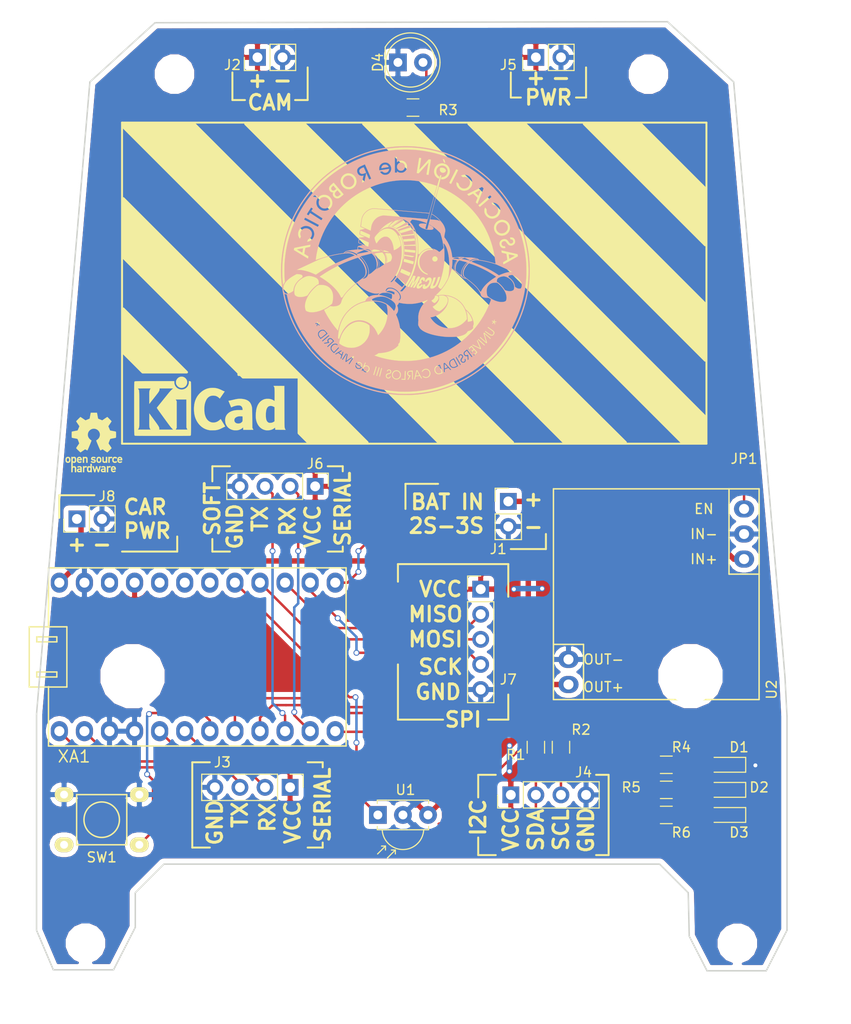
<source format=kicad_pcb>
(kicad_pcb (version 4) (host pcbnew 4.0.7-e2-6376~58~ubuntu14.04.1)
  (layers (0 F.Cu signal) (31 B.Cu signal) (34 B.Paste user) (35 F.Paste user) (36 B.SilkS user) (37 F.SilkS user) (38 B.Mask user) (39 F.Mask user) (44 Edge.Cuts user))
  (net 0 "")
  (net 1 GND)
  (net 2 "Net-(D1-Pad2)")
  (net 3 "Net-(D2-Pad2)")
  (net 4 "Net-(D3-Pad2)")
  (net 5 "Net-(D4-Pad2)")
  (net 6 +BATT)
  (net 7 +5V)
  (net 8 /Rx)
  (net 9 /Tx)
  (net 10 /SDA)
  (net 11 /SCL)
  (net 12 /SoftRx)
  (net 13 /SoftTx)
  (net 14 /MISO)
  (net 15 /MOSI)
  (net 16 /SCK)
  (net 17 VCC)
  (net 18 "Net-(JP1-Pad2)")
  (net 19 /LED_IR)
  (net 20 /LED1)
  (net 21 /LED2)
  (net 22 /LED3)
  (net 23 /BUTTON)
  (net 24 /IR_IN)
  (net 25 "Net-(XA1-PadRST)")
  (net 26 "Net-(XA1-PadA3)")
  (net 27 "Net-(XA1-PadA2)")
  (net 28 "Net-(XA1-PadA1)")
  (module Mounting_Holes:MountingHole_5.5mm (layer F.Cu) (at 169.32 120.56)
    (fp_text reference REF** hide)
    (fp_text value MountingHole_5.5mm hide)
    (pad 1 np_thru_hole circle (at 0 0) (size 5.5 5.5) (drill 5.5) (layers *.Cu *.Mask))
  )
  (module Mounting_Holes:MountingHole_3mm (layer F.Cu) (at 174.07 147.62)
    (fp_text reference REF** hide)
    (fp_text value MountingHole_3mm hide)
    (pad 1 np_thru_hole circle (at 0 0) (size 3 3) (drill 3) (layers *.Cu *.Mask))
  )
  (module Mounting_Holes:MountingHole_3mm (layer F.Cu) (at 108.06 147.61)
    (fp_text reference REF** hide)
    (fp_text value MountingHole_3mm hide)
    (pad 1 np_thru_hole circle (at 0 0) (size 3 3) (drill 3) (layers *.Cu *.Mask))
  )
  (module Mounting_Holes:MountingHole_3mm (layer F.Cu) (at 165.07 59.61)
    (fp_text reference REF** hide)
    (fp_text value MountingHole_3mm hide)
    (pad 1 np_thru_hole circle (at 0 0) (size 3 3) (drill 3) (layers *.Cu *.Mask))
  )
  (module def-footprints:Board_Arduino_Pro_Micro (layer F.Cu) (at 119.38 118.618)
    (fp_text reference XA1 (at -12.48 10.082) (layer F.SilkS) (effects (font (size 1.2 1.2))))
    (fp_text value Arduino_PRO_Micro hide)
    (pad RAW thru_hole oval (at -13.97 -7.52) (size 1.7272 2.032) (drill 1.016) (layers *.Cu *.Mask) (net 17 VCC))
    (pad D1 thru_hole oval (at -13.97 7.52) (size 1.7272 2.032) (drill 1.016) (layers *.Cu *.Mask) (net 9 /Tx))
    (pad GND thru_hole oval (at -11.43 -7.52) (size 1.7272 2.032) (drill 1.016) (layers *.Cu *.Mask) (net 1 GND))
    (pad D0 thru_hole oval (at -11.43 7.52) (size 1.7272 2.032) (drill 1.016) (layers *.Cu *.Mask) (net 8 /Rx))
    (pad RST thru_hole oval (at -8.89 -7.52) (size 1.7272 2.032) (drill 1.016) (layers *.Cu *.Mask) (net 25 "Net-(XA1-PadRST)"))
    (pad GND thru_hole oval (at -8.89 7.52) (size 1.7272 2.032) (drill 1.016) (layers *.Cu *.Mask) (net 1 GND))
    (pad VCC thru_hole oval (at -6.35 -7.52) (size 1.7272 2.032) (drill 1.016) (layers *.Cu *.Mask) (net 7 +5V))
    (pad GND thru_hole oval (at -6.35 7.52) (size 1.7272 2.032) (drill 1.016) (layers *.Cu *.Mask) (net 1 GND))
    (pad A3 thru_hole oval (at -3.81 -7.52) (size 1.7272 2.032) (drill 1.016) (layers *.Cu *.Mask) (net 26 "Net-(XA1-PadA3)"))
    (pad D2 thru_hole oval (at -3.81 7.52) (size 1.7272 2.032) (drill 1.016) (layers *.Cu *.Mask) (net 10 /SDA))
    (pad A2 thru_hole oval (at -1.27 -7.52) (size 1.7272 2.032) (drill 1.016) (layers *.Cu *.Mask) (net 27 "Net-(XA1-PadA2)"))
    (pad D3 thru_hole oval (at -1.27 7.52) (size 1.7272 2.032) (drill 1.016) (layers *.Cu *.Mask) (net 11 /SCL))
    (pad A1 thru_hole oval (at 1.27 -7.52) (size 1.7272 2.032) (drill 1.016) (layers *.Cu *.Mask) (net 28 "Net-(XA1-PadA1)"))
    (pad D4 thru_hole oval (at 1.27 7.52) (size 1.7272 2.032) (drill 1.016) (layers *.Cu *.Mask) (net 23 /BUTTON))
    (pad A0 thru_hole oval (at 3.81 -7.52) (size 1.7272 2.032) (drill 1.016) (layers *.Cu *.Mask) (net 24 /IR_IN))
    (pad D5 thru_hole oval (at 3.81 7.52) (size 1.7272 2.032) (drill 1.016) (layers *.Cu *.Mask) (net 20 /LED1))
    (pad D15 thru_hole oval (at 6.35 -7.52) (size 1.7272 2.032) (drill 1.016) (layers *.Cu *.Mask) (net 15 /MOSI))
    (pad D6 thru_hole oval (at 6.35 7.52) (size 1.7272 2.032) (drill 1.016) (layers *.Cu *.Mask) (net 21 /LED2))
    (pad D14 thru_hole oval (at 8.89 -7.52) (size 1.7272 2.032) (drill 1.016) (layers *.Cu *.Mask) (net 14 /MISO))
    (pad D7 thru_hole oval (at 8.89 7.52) (size 1.7272 2.032) (drill 1.016) (layers *.Cu *.Mask) (net 13 /SoftTx))
    (pad D16 thru_hole oval (at 11.43 -7.52) (size 1.7272 2.032) (drill 1.016) (layers *.Cu *.Mask) (net 16 /SCK))
    (pad D8 thru_hole oval (at 11.43 7.52) (size 1.7272 2.032) (drill 1.016) (layers *.Cu *.Mask) (net 12 /SoftRx))
    (pad D10 thru_hole oval (at 13.97 -7.52) (size 1.7272 2.032) (drill 1.016) (layers *.Cu *.Mask) (net 19 /LED_IR))
    (pad D9 thru_hole oval (at 13.97 7.52) (size 1.7272 2.032) (drill 1.016) (layers *.Cu *.Mask) (net 22 /LED3))
  )
  (module def-footprints:Board_DC_DC_module_RT8272 (layer F.Cu) (at 165.862 111.76 90)
    (fp_text reference U2 (at -10.16 11.684 90) (layer F.SilkS))
    (fp_text value DC_Converter_RT8272 hide)
    (fp_text user EN (at 8.128 4.826 180) (layer F.SilkS))
    (fp_text user IN- (at 5.588 4.826 180) (layer F.SilkS))
    (fp_text user IN+ (at 3.048 4.826 180) (layer F.SilkS))
    (fp_text user OUT- (at -7.112 -5.334 180) (layer F.SilkS))
    (fp_text user OUT+ (at -9.906 -5.334 180) (layer F.SilkS))
    (pad 4 thru_hole oval (at -9.652 -8.89 90) (size 1.7272 2.032) (drill 1.016) (layers *.Cu *.Mask) (net 17 VCC))
    (pad 5 thru_hole oval (at -7.112 -8.89 90) (size 1.7272 2.032) (drill 1.016) (layers *.Cu *.Mask) (net 1 GND))
    (pad 1 thru_hole oval (at 3.048 8.89 90) (size 1.7272 2.032) (drill 1.016) (layers *.Cu *.Mask) (net 6 +BATT))
    (pad 2 thru_hole oval (at 5.588 8.89 90) (size 1.7272 2.032) (drill 1.016) (layers *.Cu *.Mask) (net 1 GND))
    (pad 3 thru_hole oval (at 8.128 8.89 90) (size 1.7272 2.032) (drill 1.016) (layers *.Cu *.Mask) (net 18 "Net-(JP1-Pad2)"))
  )
  (module Symbols:KiCad-Logo_6mm_SilkScreen (layer F.Cu) (at 120.65 93.218)
    (fp_text reference REF*** hide)
    (fp_text value KiCad-Logo_6mm_SilkScreen hide)
  )
  (module LEDs:LED_0805_HandSoldering (layer F.Cu) (at 172.72 129.54 180)
    (fp_text reference D1 (at -1.524 1.778 180) (layer F.SilkS))
    (fp_text value LED hide)
    (pad 1 smd rect (at -1.35 0 180) (size 1.5 1.3) (layers F.Cu F.Paste F.Mask) (net 1 GND))
    (pad 2 smd rect (at 1.35 0 180) (size 1.5 1.3) (layers F.Cu F.Paste F.Mask) (net 2 "Net-(D1-Pad2)"))
  )
  (module LEDs:LED_0805_HandSoldering (layer F.Cu) (at 172.72 132.08 180)
    (fp_text reference D2 (at -3.556 0.254 180) (layer F.SilkS))
    (fp_text value LED hide)
    (pad 1 smd rect (at -1.35 0 180) (size 1.5 1.3) (layers F.Cu F.Paste F.Mask) (net 1 GND))
    (pad 2 smd rect (at 1.35 0 180) (size 1.5 1.3) (layers F.Cu F.Paste F.Mask) (net 3 "Net-(D2-Pad2)"))
  )
  (module LEDs:LED_0805_HandSoldering (layer F.Cu) (at 172.72 134.62 180)
    (fp_text reference D3 (at -1.524 -1.778 180) (layer F.SilkS))
    (fp_text value LED hide)
    (pad 1 smd rect (at -1.35 0 180) (size 1.5 1.3) (layers F.Cu F.Paste F.Mask) (net 1 GND))
    (pad 2 smd rect (at 1.35 0 180) (size 1.5 1.3) (layers F.Cu F.Paste F.Mask) (net 4 "Net-(D3-Pad2)"))
  )
  (module LEDs:LED_D5.0mm (layer F.Cu) (at 139.7 58.42)
    (fp_text reference D4 (at -2.032 0 90) (layer F.SilkS))
    (fp_text value CQY99 hide)
    (pad 1 thru_hole rect (at 0 0) (size 1.8 1.8) (drill 0.9) (layers *.Cu *.Mask) (net 1 GND))
    (pad 2 thru_hole circle (at 2.54 0) (size 1.8 1.8) (drill 0.9) (layers *.Cu *.Mask) (net 5 "Net-(D4-Pad2)"))
  )
  (module Pin_Headers:Pin_Header_Straight_1x02_Pitch2.54mm (layer F.Cu) (at 150.876 102.87)
    (fp_text reference J1 (at -1.016 4.826) (layer F.SilkS))
    (fp_text value Conn_01x02 hide)
    (pad 1 thru_hole rect (at 0 0) (size 1.7 1.7) (drill 1) (layers *.Cu *.Mask) (net 6 +BATT))
    (pad 2 thru_hole oval (at 0 2.54) (size 1.7 1.7) (drill 1) (layers *.Cu *.Mask) (net 1 GND))
  )
  (module Pin_Headers:Pin_Header_Straight_1x02_Pitch2.54mm (layer F.Cu) (at 125.476 57.912 90)
    (fp_text reference J2 (at -0.762 -2.54 180) (layer F.SilkS))
    (fp_text value Conn_01x02 hide)
    (pad 1 thru_hole rect (at 0 0 90) (size 1.7 1.7) (drill 1) (layers *.Cu *.Mask) (net 7 +5V))
    (pad 2 thru_hole oval (at 0 2.54 90) (size 1.7 1.7) (drill 1) (layers *.Cu *.Mask) (net 1 GND))
  )
  (module Pin_Headers:Pin_Header_Straight_1x04_Pitch2.54mm (layer F.Cu) (at 128.778 131.826 270)
    (fp_text reference J3 (at -2.54 6.858 360) (layer F.SilkS))
    (fp_text value Serial hide)
    (pad 1 thru_hole rect (at 0 0 270) (size 1.7 1.7) (drill 1) (layers *.Cu *.Mask) (net 7 +5V))
    (pad 2 thru_hole oval (at 0 2.54 270) (size 1.7 1.7) (drill 1) (layers *.Cu *.Mask) (net 8 /Rx))
    (pad 3 thru_hole oval (at 0 5.08 270) (size 1.7 1.7) (drill 1) (layers *.Cu *.Mask) (net 9 /Tx))
    (pad 4 thru_hole oval (at 0 7.62 270) (size 1.7 1.7) (drill 1) (layers *.Cu *.Mask) (net 1 GND))
  )
  (module Pin_Headers:Pin_Header_Straight_1x04_Pitch2.54mm (layer F.Cu) (at 151.13 132.588 90)
    (fp_text reference J4 (at 2.286 7.366 180) (layer F.SilkS))
    (fp_text value I2C hide)
    (pad 1 thru_hole rect (at 0 0 90) (size 1.7 1.7) (drill 1) (layers *.Cu *.Mask) (net 7 +5V))
    (pad 2 thru_hole oval (at 0 2.54 90) (size 1.7 1.7) (drill 1) (layers *.Cu *.Mask) (net 10 /SDA))
    (pad 3 thru_hole oval (at 0 5.08 90) (size 1.7 1.7) (drill 1) (layers *.Cu *.Mask) (net 11 /SCL))
    (pad 4 thru_hole oval (at 0 7.62 90) (size 1.7 1.7) (drill 1) (layers *.Cu *.Mask) (net 1 GND))
  )
  (module Pin_Headers:Pin_Header_Straight_1x02_Pitch2.54mm (layer F.Cu) (at 153.67 57.912 90)
    (fp_text reference J5 (at -0.762 -2.794 180) (layer F.SilkS))
    (fp_text value Conn_01x02 hide)
    (pad 1 thru_hole rect (at 0 0 90) (size 1.7 1.7) (drill 1) (layers *.Cu *.Mask) (net 7 +5V))
    (pad 2 thru_hole oval (at 0 2.54 90) (size 1.7 1.7) (drill 1) (layers *.Cu *.Mask) (net 1 GND))
  )
  (module Pin_Headers:Pin_Header_Straight_1x04_Pitch2.54mm (layer F.Cu) (at 131.318 101.346 270)
    (fp_text reference J6 (at -2.286 0 360) (layer F.SilkS))
    (fp_text value SoftSerial hide)
    (pad 1 thru_hole rect (at 0 0 270) (size 1.7 1.7) (drill 1) (layers *.Cu *.Mask) (net 7 +5V))
    (pad 2 thru_hole oval (at 0 2.54 270) (size 1.7 1.7) (drill 1) (layers *.Cu *.Mask) (net 12 /SoftRx))
    (pad 3 thru_hole oval (at 0 5.08 270) (size 1.7 1.7) (drill 1) (layers *.Cu *.Mask) (net 13 /SoftTx))
    (pad 4 thru_hole oval (at 0 7.62 270) (size 1.7 1.7) (drill 1) (layers *.Cu *.Mask) (net 1 GND))
  )
  (module Pin_Headers:Pin_Header_Straight_1x02_Pitch2.54mm (layer F.Cu) (at 107.188 104.648 90)
    (fp_text reference J8 (at 2.286 3.048 180) (layer F.SilkS))
    (fp_text value Conn_01x02 hide)
    (pad 1 thru_hole rect (at 0 0 90) (size 1.7 1.7) (drill 1) (layers *.Cu *.Mask) (net 17 VCC))
    (pad 2 thru_hole oval (at 0 2.54 90) (size 1.7 1.7) (drill 1) (layers *.Cu *.Mask) (net 1 GND))
  )
  (module def-footprints:Miscellaneous_Solder_Jumper (layer F.Cu) (at 172.466 99.822)
    (fp_text reference JP1 (at 2.286 -1.27) (layer F.SilkS))
    (fp_text value Jumper_NO_Small hide)
    (pad 1 smd trapezoid (at -0.508 0) (size 0.8 0.8) (rect_delta -0.3 0) (layers F.Cu F.Paste F.Mask) (net 7 +5V))
    (pad 2 smd trapezoid (at 0.508 0) (size 0.8 0.8) (rect_delta 0.3 0) (layers F.Cu F.Paste F.Mask) (net 18 "Net-(JP1-Pad2)"))
  )
  (module Resistors_SMD:R_0805_HandSoldering (layer F.Cu) (at 153.67 127.762 90)
    (fp_text reference R1 (at -0.762 -2.032 180) (layer F.SilkS))
    (fp_text value R hide)
    (pad 1 smd rect (at -1.35 0 90) (size 1.5 1.3) (layers F.Cu F.Paste F.Mask) (net 10 /SDA))
    (pad 2 smd rect (at 1.35 0 90) (size 1.5 1.3) (layers F.Cu F.Paste F.Mask) (net 7 +5V))
  )
  (module Resistors_SMD:R_0805_HandSoldering (layer F.Cu) (at 156.21 127.762 90)
    (fp_text reference R2 (at 1.778 2.032 180) (layer F.SilkS))
    (fp_text value R hide)
    (pad 1 smd rect (at -1.35 0 90) (size 1.5 1.3) (layers F.Cu F.Paste F.Mask) (net 11 /SCL))
    (pad 2 smd rect (at 1.35 0 90) (size 1.5 1.3) (layers F.Cu F.Paste F.Mask) (net 7 +5V))
  )
  (module Resistors_SMD:R_0805_HandSoldering (layer F.Cu) (at 141.224 62.992)
    (fp_text reference R3 (at 3.556 0.254) (layer F.SilkS))
    (fp_text value R hide)
    (pad 1 smd rect (at -1.35 0) (size 1.5 1.3) (layers F.Cu F.Paste F.Mask) (net 19 /LED_IR))
    (pad 2 smd rect (at 1.35 0) (size 1.5 1.3) (layers F.Cu F.Paste F.Mask) (net 5 "Net-(D4-Pad2)"))
  )
  (module Resistors_SMD:R_0805_HandSoldering (layer F.Cu) (at 166.878 129.54)
    (fp_text reference R4 (at 1.524 -1.778) (layer F.SilkS))
    (fp_text value R hide)
    (pad 1 smd rect (at -1.35 0) (size 1.5 1.3) (layers F.Cu F.Paste F.Mask) (net 20 /LED1))
    (pad 2 smd rect (at 1.35 0) (size 1.5 1.3) (layers F.Cu F.Paste F.Mask) (net 2 "Net-(D1-Pad2)"))
  )
  (module Resistors_SMD:R_0805_HandSoldering (layer F.Cu) (at 166.878 132.08)
    (fp_text reference R5 (at -3.556 -0.254) (layer F.SilkS))
    (fp_text value R hide)
    (pad 1 smd rect (at -1.35 0) (size 1.5 1.3) (layers F.Cu F.Paste F.Mask) (net 21 /LED2))
    (pad 2 smd rect (at 1.35 0) (size 1.5 1.3) (layers F.Cu F.Paste F.Mask) (net 3 "Net-(D2-Pad2)"))
  )
  (module Resistors_SMD:R_0805_HandSoldering (layer F.Cu) (at 166.878 134.62)
    (fp_text reference R6 (at 1.524 1.778) (layer F.SilkS))
    (fp_text value R hide)
    (pad 1 smd rect (at -1.35 0) (size 1.5 1.3) (layers F.Cu F.Paste F.Mask) (net 22 /LED3))
    (pad 2 smd rect (at 1.35 0) (size 1.5 1.3) (layers F.Cu F.Paste F.Mask) (net 4 "Net-(D3-Pad2)"))
  )
  (module def-footprints:Switches_Push_Switch_THD (layer F.Cu) (at 109.7 135.1)
    (fp_text reference SW1 (at 0 3.81) (layer F.SilkS))
    (fp_text value SW_DPST hide)
    (pad 2 thru_hole oval (at -3.81 2.54) (size 1.9 1.5) (drill 0.8) (layers *.Cu *.Mask F.SilkS) (net 23 /BUTTON))
    (pad 1 thru_hole oval (at -3.81 -2.54) (size 1.9 1.5) (drill 0.8) (layers *.Cu *.Mask F.SilkS) (net 1 GND))
    (pad 4 thru_hole oval (at 3.81 2.54) (size 1.9 1.5) (drill 0.8) (layers *.Cu *.Mask F.SilkS) (net 23 /BUTTON))
    (pad 3 thru_hole oval (at 3.81 -2.54) (size 1.9 1.5) (drill 0.8) (layers *.Cu *.Mask F.SilkS) (net 1 GND))
  )
  (module Opto-Devices:IRReceiver_Vishay_MINICAST-3pin (layer F.Cu) (at 137.668 134.62)
    (fp_text reference U1 (at 2.794 -2.54 180) (layer F.SilkS))
    (fp_text value TSOP382xx hide)
    (pad 1 thru_hole rect (at 0 0) (size 1.8 1.8) (drill 0.9) (layers *.Cu *.Mask) (net 24 /IR_IN))
    (pad 2 thru_hole circle (at 2.54 0) (size 1.8 1.8) (drill 0.9) (layers *.Cu *.Mask) (net 1 GND))
    (pad 3 thru_hole circle (at 5.08 0) (size 1.8 1.8) (drill 0.9) (layers *.Cu *.Mask) (net 7 +5V))
  )
  (module def-footprints:Logo_ASROB_2.5x2.5_cm (layer B.Cu) (at 140.462 79.502 180)
    (fp_text reference G*** hide)
    (fp_text value LOGO hide)
  )
  (module Symbols:OSHW-Logo_5.7x6mm_SilkScreen (layer F.Cu) (at 108.9 96.9)
    (fp_text reference REF*** hide)
    (fp_text value OSHW-Logo_5.7x6mm_SilkScreen hide)
  )
  (module Pin_Headers:Pin_Header_Straight_1x05_Pitch2.54mm (layer F.Cu) (at 148.082 111.76)
    (fp_text reference J7 (at 2.794 9.144) (layer F.SilkS))
    (fp_text value Conn_01x05 hide)
    (pad 1 thru_hole rect (at 0 0) (size 1.7 1.7) (drill 1) (layers *.Cu *.Mask) (net 7 +5V))
    (pad 2 thru_hole oval (at 0 2.54) (size 1.7 1.7) (drill 1) (layers *.Cu *.Mask) (net 14 /MISO))
    (pad 3 thru_hole oval (at 0 5.08) (size 1.7 1.7) (drill 1) (layers *.Cu *.Mask) (net 15 /MOSI))
    (pad 4 thru_hole oval (at 0 7.62) (size 1.7 1.7) (drill 1) (layers *.Cu *.Mask) (net 16 /SCK))
    (pad 5 thru_hole oval (at 0 10.16) (size 1.7 1.7) (drill 1) (layers *.Cu *.Mask) (net 1 GND))
  )
  (module Mounting_Holes:MountingHole_3mm (layer F.Cu) (at 117.07 59.6)
    (fp_text reference REF** hide)
    (fp_text value MountingHole_3mm hide)
    (pad 1 np_thru_hole circle (at 0 0) (size 3 3) (drill 3) (layers *.Cu *.Mask))
  )
  (module Mounting_Holes:MountingHole_5.5mm (layer F.Cu) (at 112.82 120.57)
    (fp_text reference REF** hide)
    (fp_text value MountingHole_5.5mm hide)
    (pad 1 np_thru_hole circle (at 0 0) (size 5.5 5.5) (drill 5.5) (layers *.Cu *.Mask))
  )
  (gr_line (start 177 150.4) (end 179.1 146.3) (angle 90) (layer Edge.Cuts) (width 0.15))
  (gr_line (start 171 150.4) (end 177 150.4) (angle 90) (layer Edge.Cuts) (width 0.15))
  (gr_line (start 169.2 146.9) (end 171 150.4) (angle 90) (layer Edge.Cuts) (width 0.15))
  (gr_line (start 169.1 142.5) (end 169.2 146.9) (angle 90) (layer Edge.Cuts) (width 0.15))
  (gr_line (start 166.2 139.6) (end 169.1 142.5) (angle 90) (layer Edge.Cuts) (width 0.15))
  (gr_line (start 116 139.6) (end 166.2 139.6) (angle 90) (layer Edge.Cuts) (width 0.15))
  (gr_line (start 113.1 142.5) (end 116 139.6) (angle 90) (layer Edge.Cuts) (width 0.15))
  (gr_line (start 113.1 146) (end 113.1 142.5) (angle 90) (layer Edge.Cuts) (width 0.15))
  (gr_line (start 110.9 150.3) (end 113.1 146) (angle 90) (layer Edge.Cuts) (width 0.15))
  (gr_line (start 104.8 150.3) (end 110.9 150.3) (angle 90) (layer Edge.Cuts) (width 0.15))
  (gr_line (start 103.1 146.3) (end 104.8 150.3) (angle 90) (layer Edge.Cuts) (width 0.15))
  (gr_line (start 179.1 124.6) (end 179.1 146.3) (angle 90) (layer Edge.Cuts) (width 0.15))
  (gr_line (start 178.9 120.7) (end 179.1 124.6) (angle 90) (layer Edge.Cuts) (width 0.15))
  (gr_line (start 178.7 118.3) (end 178.9 120.7) (angle 90) (layer Edge.Cuts) (width 0.15))
  (gr_line (start 173.7 60.4) (end 178.7 118.3) (angle 90) (layer Edge.Cuts) (width 0.15))
  (gr_line (start 167 54.3) (end 173.7 60.4) (angle 90) (layer Edge.Cuts) (width 0.15))
  (gr_line (start 115.1 54.4) (end 167 54.3) (angle 90) (layer Edge.Cuts) (width 0.15))
  (gr_line (start 108.5 60.4) (end 115.1 54.4) (angle 90) (layer Edge.Cuts) (width 0.15))
  (gr_line (start 103.1 124.4) (end 108.5 60.4) (angle 90) (layer Edge.Cuts) (width 0.15))
  (gr_line (start 103.1 146.3) (end 103.1 124.4) (angle 90) (layer Edge.Cuts) (width 0.15))
  (gr_line (start 150.876 109.22) (end 150.876 112.522) (angle 90) (layer F.SilkS) (width 0.2))
  (gr_line (start 139.7 109.22) (end 150.876 109.22) (angle 90) (layer F.SilkS) (width 0.2))
  (gr_line (start 139.7 110.998) (end 139.7 109.22) (angle 90) (layer F.SilkS) (width 0.2))
  (gr_line (start 139.7 124.968) (end 139.7 119.38) (angle 90) (layer F.SilkS) (width 0.2))
  (gr_line (start 144.272 124.968) (end 139.7 124.968) (angle 90) (layer F.SilkS) (width 0.2))
  (gr_line (start 150.876 124.968) (end 150.876 122.428) (angle 90) (layer F.SilkS) (width 0.2))
  (gr_line (start 148.844 124.968) (end 150.876 124.968) (angle 90) (layer F.SilkS) (width 0.2))
  (gr_text MISO (at 143.51 114.3) (layer F.SilkS) (effects (font (size 1.5 1.5) (thickness 0.3))))
  (gr_text VCC (at 144.018 111.76 360) (layer F.SilkS) (effects (font (size 1.5 1.5) (thickness 0.3))))
  (gr_text GND (at 143.764 122.174 360) (layer F.SilkS) (effects (font (size 1.5 1.5) (thickness 0.3))))
  (gr_text "MOSI\n" (at 143.51 116.84) (layer F.SilkS) (effects (font (size 1.5 1.5) (thickness 0.3))))
  (gr_text SCK (at 144.018 119.634) (layer F.SilkS) (effects (font (size 1.5 1.5) (thickness 0.3))))
  (gr_text SPI (at 146.304 124.968) (layer F.SilkS) (effects (font (size 1.5 1.5) (thickness 0.3))))
  (gr_line (start 129.286 62.23) (end 130.556 62.23) (angle 90) (layer F.SilkS) (width 0.2))
  (gr_line (start 122.936 62.23) (end 124.206 62.23) (angle 90) (layer F.SilkS) (width 0.2))
  (gr_text CAM (at 126.746 62.484) (layer F.SilkS) (effects (font (size 1.5 1.5) (thickness 0.3))))
  (gr_line (start 151.13 61.976) (end 151.13 59.436) (angle 90) (layer F.SilkS) (width 0.2))
  (gr_line (start 158.75 61.976) (end 158.75 58.928) (angle 90) (layer F.SilkS) (width 0.2))
  (gr_line (start 122.936 62.23) (end 122.936 59.436) (angle 90) (layer F.SilkS) (width 0.2))
  (gr_line (start 152.146 61.976) (end 151.13 61.976) (angle 90) (layer F.SilkS) (width 0.2))
  (gr_line (start 130.556 62.23) (end 130.556 58.928) (angle 90) (layer F.SilkS) (width 0.2))
  (gr_line (start 157.734 61.976) (end 158.75 61.976) (angle 90) (layer F.SilkS) (width 0.2))
  (gr_text PWR (at 154.94 61.976) (layer F.SilkS) (effects (font (size 1.5 1.5) (thickness 0.3))))
  (gr_text - (at 156.21 59.944) (layer F.SilkS) (effects (font (size 1.5 1.5) (thickness 0.3))))
  (gr_text - (at 128.016 60.198) (layer F.SilkS) (effects (font (size 1.5 1.5) (thickness 0.3))))
  (gr_text + (at 153.67 59.944) (layer F.SilkS) (effects (font (size 1.5 1.5) (thickness 0.3))))
  (gr_text + (at 125.476 60.198) (layer F.SilkS) (effects (font (size 1.5 1.5) (thickness 0.3))))
  (gr_line (start 118.872 137.922) (end 118.872 129.286) (angle 90) (layer F.SilkS) (width 0.2))
  (gr_text VCC (at 129.032 135.382 90) (layer F.SilkS) (effects (font (size 1.5 1.5) (thickness 0.3))))
  (gr_text GND (at 121.158 135.382 90) (layer F.SilkS) (effects (font (size 1.5 1.5) (thickness 0.3))))
  (gr_text TX (at 123.698 134.62 90) (layer F.SilkS) (effects (font (size 1.5 1.5) (thickness 0.3))))
  (gr_text RX (at 126.492 134.874 90) (layer F.SilkS) (effects (font (size 1.5 1.5) (thickness 0.3))))
  (gr_text SERIAL (at 132.08 133.604 90) (layer F.SilkS) (effects (font (size 1.5 1.5) (thickness 0.3))))
  (gr_line (start 120.65 129.286) (end 118.872 129.286) (angle 90) (layer F.SilkS) (width 0.2))
  (gr_line (start 118.872 137.922) (end 120.65 137.922) (angle 90) (layer F.SilkS) (width 0.2))
  (gr_line (start 130.556 137.922) (end 132.08 137.922) (angle 90) (layer F.SilkS) (width 0.2))
  (gr_line (start 132.08 137.922) (end 132.08 137.414) (angle 90) (layer F.SilkS) (width 0.2))
  (gr_line (start 132.08 129.794) (end 132.08 129.286) (angle 90) (layer F.SilkS) (width 0.2))
  (gr_line (start 132.08 129.286) (end 130.556 129.286) (angle 90) (layer F.SilkS) (width 0.2))
  (gr_line (start 120.904 107.95) (end 120.904 106.68) (angle 90) (layer F.SilkS) (width 0.2))
  (gr_line (start 120.904 99.314) (end 120.904 100.838) (angle 90) (layer F.SilkS) (width 0.2))
  (gr_text SOFT (at 120.904 103.632 90) (layer F.SilkS) (effects (font (size 1.5 1.5) (thickness 0.3))))
  (gr_line (start 134.112 99.314) (end 132.588 99.314) (angle 90) (layer F.SilkS) (width 0.2))
  (gr_line (start 134.112 99.822) (end 134.112 99.314) (angle 90) (layer F.SilkS) (width 0.2))
  (gr_line (start 134.112 107.95) (end 134.112 107.442) (angle 90) (layer F.SilkS) (width 0.2))
  (gr_line (start 132.588 107.95) (end 134.112 107.95) (angle 90) (layer F.SilkS) (width 0.2))
  (gr_line (start 120.904 107.95) (end 122.682 107.95) (angle 90) (layer F.SilkS) (width 0.2))
  (gr_line (start 122.682 99.314) (end 120.904 99.314) (angle 90) (layer F.SilkS) (width 0.2))
  (gr_text SERIAL (at 134.112 103.632 90) (layer F.SilkS) (effects (font (size 1.5 1.5) (thickness 0.3))))
  (gr_text RX (at 128.524 104.902 90) (layer F.SilkS) (effects (font (size 1.5 1.5) (thickness 0.3))))
  (gr_text TX (at 125.73 104.648 90) (layer F.SilkS) (effects (font (size 1.5 1.5) (thickness 0.3))))
  (gr_text GND (at 123.19 105.41 90) (layer F.SilkS) (effects (font (size 1.5 1.5) (thickness 0.3))))
  (gr_text VCC (at 131.064 105.41 90) (layer F.SilkS) (effects (font (size 1.5 1.5) (thickness 0.3))))
  (gr_line (start 147.828 130.556) (end 147.828 132.842) (angle 90) (layer F.SilkS) (width 0.2))
  (gr_line (start 154.686 107.696) (end 154.686 106.172) (angle 90) (layer F.SilkS) (width 0.2))
  (gr_line (start 151.13 107.696) (end 154.686 107.696) (angle 90) (layer F.SilkS) (width 0.2))
  (gr_line (start 143.51 101.092) (end 143.764 101.092) (angle 90) (layer F.SilkS) (width 0.2))
  (gr_line (start 140.462 101.092) (end 143.51 101.092) (angle 90) (layer F.SilkS) (width 0.2))
  (gr_line (start 140.462 103.632) (end 140.462 101.092) (angle 90) (layer F.SilkS) (width 0.2))
  (gr_text "BAT IN\n2S-3S" (at 148.59 104.14) (layer F.SilkS) (effects (font (size 1.5 1.5) (thickness 0.3)) (justify right)))
  (gr_text - (at 153.416 105.41) (layer F.SilkS) (effects (font (size 1.5 1.5) (thickness 0.3))))
  (gr_text + (at 153.416 102.616) (layer F.SilkS) (effects (font (size 1.5 1.5) (thickness 0.3))))
  (gr_line (start 161.036 130.556) (end 161.036 138.684) (angle 90) (layer F.SilkS) (width 0.2))
  (gr_line (start 161.036 130.556) (end 159.766 130.556) (angle 90) (layer F.SilkS) (width 0.2))
  (gr_text GND (at 158.75 136.144 90) (layer F.SilkS) (effects (font (size 1.5 1.5) (thickness 0.3))))
  (gr_line (start 161.036 138.684) (end 159.766 138.684) (angle 90) (layer F.SilkS) (width 0.2))
  (gr_line (start 147.828 130.556) (end 149.606 130.556) (angle 90) (layer F.SilkS) (width 0.2))
  (gr_line (start 147.828 138.684) (end 149.606 138.684) (angle 90) (layer F.SilkS) (width 0.2))
  (gr_line (start 147.828 136.906) (end 147.828 138.684) (angle 90) (layer F.SilkS) (width 0.2))
  (gr_text "SCL\n" (at 156.21 136.144 90) (layer F.SilkS) (effects (font (size 1.5 1.5) (thickness 0.3))))
  (gr_text SDA (at 153.67 136.144 90) (layer F.SilkS) (effects (font (size 1.5 1.5) (thickness 0.3))))
  (gr_text VCC (at 151.13 136.144 90) (layer F.SilkS) (effects (font (size 1.5 1.5) (thickness 0.3))))
  (gr_text I2C (at 147.828 134.874 90) (layer F.SilkS) (effects (font (size 1.5 1.5) (thickness 0.3))))
  (gr_line (start 170.942 97.028) (end 111.76 97.028) (angle 90) (layer F.SilkS) (width 0.2))
  (gr_line (start 170.942 64.516) (end 170.942 97.028) (angle 90) (layer F.SilkS) (width 0.2))
  (gr_line (start 111.76 64.516) (end 170.942 64.516) (angle 90) (layer F.SilkS) (width 0.2))
  (gr_line (start 111.76 97.028) (end 111.76 64.516) (angle 90) (layer F.SilkS) (width 0.2))
  (gr_line (start 105.402 102.246) (end 108.958 102.246) (angle 90) (layer F.SilkS) (width 0.2))
  (gr_line (start 105.402 104.532) (end 105.402 102.246) (angle 90) (layer F.SilkS) (width 0.2))
  (gr_line (start 117.348 107.95) (end 117.348 106.426) (angle 90) (layer F.SilkS) (width 0.2))
  (gr_line (start 111.76 107.95) (end 117.348 107.95) (angle 90) (layer F.SilkS) (width 0.2))
  (gr_text - (at 109.728 107.188) (layer F.SilkS) (effects (font (size 1.5 1.5) (thickness 0.3))))
  (gr_text + (at 107.188 107.188) (layer F.SilkS) (effects (font (size 1.5 1.5) (thickness 0.3))))
  (gr_text "CAR \nPWR" (at 111.76 104.648) (layer F.SilkS) (effects (font (size 1.5 1.5) (thickness 0.3)) (justify left)))
  (segment (start 174.07 129.54) (end 174.13 129.6) (width 0.55) (layer F.Cu) (net 1))
  (segment (start 174.13 129.6) (end 175.9 129.6) (width 0.55) (layer F.Cu) (net 1))
  (via (at 175.9 129.6) (size 0.6) (drill 0.4) (layers F.Cu B.Cu) (net 1))
  (segment (start 174.07 132.08) (end 174.07 129.54) (width 0.55) (layer F.Cu) (net 1))
  (segment (start 174.07 134.62) (end 174.07 132.08) (width 0.55) (layer F.Cu) (net 1))
  (segment (start 168.228 129.54) (end 171.37 129.54) (width 0.25) (layer F.Cu) (net 2))
  (segment (start 168.228 132.08) (end 171.37 132.08) (width 0.25) (layer F.Cu) (net 3))
  (segment (start 171.37 134.62) (end 168.228 134.62) (width 0.25) (layer F.Cu) (net 4))
  (segment (start 142.24 58.42) (end 142.574 58.754) (width 0.25) (layer F.Cu) (net 5))
  (segment (start 142.574 58.754) (end 142.574 62.992) (width 0.25) (layer F.Cu) (net 5))
  (segment (start 174.752 108.712) (end 173.712 108.712) (width 0.55) (layer F.Cu) (net 6))
  (segment (start 167.87 102.87) (end 150.876 102.87) (width 0.55) (layer F.Cu) (net 6))
  (segment (start 173.712 108.712) (end 167.87 102.87) (width 0.55) (layer F.Cu) (net 6))
  (segment (start 171.958 99.822) (end 150.678 99.822) (width 0.55) (layer F.Cu) (net 7))
  (segment (start 154.3 111.7) (end 151.5 111.7) (width 0.55) (layer B.Cu) (net 7))
  (via (at 154.3 111.7) (size 0.6) (drill 0.4) (layers F.Cu B.Cu) (net 7))
  (segment (start 154.3 109.8) (end 154.3 111.7) (width 0.55) (layer F.Cu) (net 7))
  (segment (start 152.4 107.9) (end 154.3 109.8) (width 0.55) (layer F.Cu) (net 7))
  (segment (start 149.6 107.9) (end 152.4 107.9) (width 0.55) (layer F.Cu) (net 7))
  (segment (start 148.8 107.1) (end 149.6 107.9) (width 0.55) (layer F.Cu) (net 7))
  (segment (start 148.8 101.7) (end 148.8 107.1) (width 0.55) (layer F.Cu) (net 7))
  (segment (start 150.678 99.822) (end 148.8 101.7) (width 0.55) (layer F.Cu) (net 7))
  (segment (start 148.082 111.76) (end 151.44 111.76) (width 0.55) (layer F.Cu) (net 7))
  (via (at 151.44 111.76) (size 0.6) (drill 0.4) (layers F.Cu B.Cu) (net 7))
  (segment (start 151.44 111.76) (end 151.5 111.7) (width 0.55) (layer B.Cu) (net 7))
  (segment (start 151.44 111.76) (end 151.5 111.7) (width 0.55) (layer F.Cu) (net 7))
  (segment (start 153.67 126.412) (end 152.188 126.412) (width 0.55) (layer F.Cu) (net 7))
  (segment (start 151.13 130.33) (end 151.13 132.588) (width 0.55) (layer F.Cu) (net 7))
  (segment (start 151 130.2) (end 151.13 130.33) (width 0.55) (layer F.Cu) (net 7))
  (via (at 151 130.2) (size 0.6) (drill 0.4) (layers F.Cu B.Cu) (net 7))
  (segment (start 151 127.6) (end 151 130.2) (width 0.55) (layer B.Cu) (net 7))
  (via (at 151 127.6) (size 0.6) (drill 0.4) (layers F.Cu B.Cu) (net 7))
  (segment (start 152.188 126.412) (end 151 127.6) (width 0.55) (layer F.Cu) (net 7))
  (segment (start 153.658 126.4) (end 153.67 126.412) (width 0.55) (layer F.Cu) (net 7))
  (segment (start 156.21 126.412) (end 153.67 126.412) (width 0.55) (layer F.Cu) (net 7))
  (segment (start 126.238 131.826) (end 123.612 129.2) (width 0.25) (layer F.Cu) (net 8))
  (segment (start 111.012 129.2) (end 107.95 126.138) (width 0.25) (layer F.Cu) (net 8))
  (segment (start 123.612 129.2) (end 111.012 129.2) (width 0.25) (layer F.Cu) (net 8))
  (segment (start 107.95 126.138) (end 107.95 126.65) (width 0.25) (layer F.Cu) (net 8))
  (segment (start 123.698 131.826) (end 123.698 131.398) (width 0.25) (layer F.Cu) (net 9))
  (segment (start 123.698 131.398) (end 122.1 129.8) (width 0.25) (layer F.Cu) (net 9))
  (segment (start 122.1 129.8) (end 109.072 129.8) (width 0.25) (layer F.Cu) (net 9))
  (segment (start 109.072 129.8) (end 105.41 126.138) (width 0.25) (layer F.Cu) (net 9))
  (segment (start 128.7 128.7) (end 128.384 128.384) (width 0.25) (layer F.Cu) (net 10))
  (segment (start 128.384 128.384) (end 117.816 128.384) (width 0.25) (layer F.Cu) (net 10))
  (segment (start 117.616 128.184) (end 117.816 128.384) (width 0.25) (layer F.Cu) (net 10))
  (segment (start 152.2 136.3) (end 151.3 137.2) (width 0.25) (layer F.Cu) (net 10))
  (segment (start 131 134) (end 131 131) (width 0.25) (layer F.Cu) (net 10))
  (segment (start 134.2 137.2) (end 131 134) (width 0.25) (layer F.Cu) (net 10))
  (segment (start 151.3 137.2) (end 134.2 137.2) (width 0.25) (layer F.Cu) (net 10))
  (segment (start 153.67 132.588) (end 153.67 134.83) (width 0.25) (layer F.Cu) (net 10))
  (segment (start 131 131) (end 128.7 128.7) (width 0.25) (layer F.Cu) (net 10))
  (segment (start 153.67 134.83) (end 152.2 136.3) (width 0.25) (layer F.Cu) (net 10))
  (segment (start 117.616 128.184) (end 115.57 126.138) (width 0.25) (layer F.Cu) (net 10))
  (segment (start 153.67 129.112) (end 153.67 132.588) (width 0.25) (layer F.Cu) (net 10))
  (segment (start 119.672 127.7) (end 119.872 127.9) (width 0.25) (layer F.Cu) (net 11))
  (segment (start 119.872 127.9) (end 129 127.9) (width 0.25) (layer F.Cu) (net 11))
  (segment (start 147.8 135.8) (end 147.2 136.4) (width 0.25) (layer F.Cu) (net 11))
  (segment (start 147.2 136.4) (end 134.7 136.4) (width 0.25) (layer F.Cu) (net 11))
  (segment (start 134.7 136.4) (end 131.9 133.6) (width 0.25) (layer F.Cu) (net 11))
  (segment (start 131.9 133.6) (end 131.9 130.8) (width 0.25) (layer F.Cu) (net 11))
  (segment (start 131.9 130.8) (end 129 127.9) (width 0.25) (layer F.Cu) (net 11))
  (segment (start 119.672 127.7) (end 118.11 126.138) (width 0.25) (layer F.Cu) (net 11))
  (segment (start 156.21 129.112) (end 156.21 129.11) (width 0.25) (layer F.Cu) (net 11))
  (segment (start 156.21 129.11) (end 154.9 127.8) (width 0.25) (layer F.Cu) (net 11))
  (segment (start 149.2 134.4) (end 147.8 135.8) (width 0.25) (layer F.Cu) (net 11))
  (segment (start 149.2 130.8) (end 149.2 134.4) (width 0.25) (layer F.Cu) (net 11))
  (segment (start 152.2 127.8) (end 149.2 130.8) (width 0.25) (layer F.Cu) (net 11))
  (segment (start 154.9 127.8) (end 152.2 127.8) (width 0.25) (layer F.Cu) (net 11))
  (segment (start 156.21 132.588) (end 156.21 129.112) (width 0.25) (layer F.Cu) (net 11))
  (segment (start 129.6 112.5) (end 129.6 113.2) (width 0.25) (layer B.Cu) (net 12))
  (segment (start 129.6 113.2) (end 129.2 113.6) (width 0.25) (layer B.Cu) (net 12))
  (segment (start 130.81 126.138) (end 129.2 124.528) (width 0.25) (layer F.Cu) (net 12))
  (segment (start 129.2 124.2) (end 129.2 113.6) (width 0.25) (layer B.Cu) (net 12))
  (via (at 129.2 124.2) (size 0.6) (drill 0.4) (layers F.Cu B.Cu) (net 12))
  (segment (start 129.2 124.528) (end 129.2 124.2) (width 0.25) (layer F.Cu) (net 12))
  (segment (start 129.6 102.168) (end 128.778 101.346) (width 0.25) (layer F.Cu) (net 12))
  (segment (start 129.6 107.9) (end 129.6 102.168) (width 0.25) (layer F.Cu) (net 12))
  (via (at 129.6 107.9) (size 0.6) (drill 0.4) (layers F.Cu B.Cu) (net 12))
  (segment (start 129.6 112.5) (end 129.6 107.9) (width 0.25) (layer B.Cu) (net 12))
  (via (at 127 107.9) (size 0.6) (drill 0.4) (layers F.Cu B.Cu) (net 13))
  (segment (start 126.238 101.346) (end 127 102.108) (width 0.25) (layer F.Cu) (net 13))
  (segment (start 127 102.108) (end 127 107.9) (width 0.25) (layer F.Cu) (net 13))
  (segment (start 128.27 126.138) (end 128.27 124.57) (width 0.25) (layer F.Cu) (net 13))
  (segment (start 127 123.3) (end 127 107.9) (width 0.25) (layer B.Cu) (net 13))
  (segment (start 128 124.3) (end 127 123.3) (width 0.25) (layer B.Cu) (net 13))
  (via (at 128 124.3) (size 0.6) (drill 0.4) (layers F.Cu B.Cu) (net 13))
  (segment (start 128.27 124.57) (end 128 124.3) (width 0.25) (layer F.Cu) (net 13))
  (segment (start 148.082 114.3) (end 146.682 115.7) (width 0.25) (layer F.Cu) (net 14))
  (segment (start 132.872 115.7) (end 128.27 111.098) (width 0.25) (layer F.Cu) (net 14))
  (segment (start 146.682 115.7) (end 132.872 115.7) (width 0.25) (layer F.Cu) (net 14))
  (segment (start 125.73 111.098) (end 131.472 116.84) (width 0.25) (layer F.Cu) (net 15))
  (segment (start 131.472 116.84) (end 148.082 116.84) (width 0.25) (layer F.Cu) (net 15))
  (segment (start 148.082 119.38) (end 146.902 118.2) (width 0.25) (layer F.Cu) (net 16))
  (segment (start 133.6 114.7) (end 130.81 111.91) (width 0.25) (layer F.Cu) (net 16))
  (via (at 133.6 114.7) (size 0.6) (drill 0.4) (layers F.Cu B.Cu) (net 16))
  (segment (start 135.5 116.6) (end 133.6 114.7) (width 0.25) (layer B.Cu) (net 16))
  (segment (start 135.5 118.2) (end 135.5 116.6) (width 0.25) (layer B.Cu) (net 16))
  (via (at 135.5 118.2) (size 0.6) (drill 0.4) (layers F.Cu B.Cu) (net 16))
  (segment (start 146.902 118.2) (end 135.5 118.2) (width 0.25) (layer F.Cu) (net 16))
  (segment (start 130.81 111.91) (end 130.81 111.098) (width 0.25) (layer F.Cu) (net 16))
  (segment (start 107.608 108.3) (end 108.208 108.9) (width 0.55) (layer F.Cu) (net 17))
  (segment (start 108.1 108.7) (end 108.1 108.9) (width 0.55) (layer F.Cu) (net 17))
  (segment (start 108.208 108.808) (end 108.1 108.7) (width 0.55) (layer F.Cu) (net 17))
  (segment (start 108.208 108.9) (end 108.208 108.808) (width 0.55) (layer F.Cu) (net 17))
  (segment (start 107.608 108.9) (end 107.608 108.3) (width 0.55) (layer F.Cu) (net 17))
  (segment (start 107.608 108.3) (end 107.608 105.068) (width 0.55) (layer F.Cu) (net 17))
  (segment (start 107.608 105.068) (end 107.188 104.648) (width 0.55) (layer F.Cu) (net 17))
  (segment (start 156.972 121.412) (end 154.912 121.412) (width 0.55) (layer F.Cu) (net 17))
  (segment (start 151.6 108.9) (end 108.1 108.9) (width 0.55) (layer F.Cu) (net 17))
  (segment (start 152.9 110.2) (end 151.6 108.9) (width 0.55) (layer F.Cu) (net 17))
  (segment (start 152.9 119.4) (end 152.9 110.2) (width 0.55) (layer F.Cu) (net 17))
  (segment (start 154.912 121.412) (end 152.9 119.4) (width 0.55) (layer F.Cu) (net 17))
  (segment (start 107.608 108.9) (end 105.41 111.098) (width 0.55) (layer F.Cu) (net 17))
  (segment (start 108.1 108.9) (end 107.608 108.9) (width 0.55) (layer F.Cu) (net 17))
  (segment (start 174.752 103.632) (end 174.752 100.552) (width 0.25) (layer F.Cu) (net 18))
  (segment (start 174.022 99.822) (end 172.974 99.822) (width 0.25) (layer F.Cu) (net 18))
  (segment (start 174.752 100.552) (end 174.022 99.822) (width 0.25) (layer F.Cu) (net 18))
  (segment (start 139.874 62.992) (end 139.874 103.726) (width 0.25) (layer F.Cu) (net 19))
  (segment (start 134.602 111.098) (end 133.35 111.098) (width 0.25) (layer F.Cu) (net 19))
  (segment (start 135.7 110) (end 134.602 111.098) (width 0.25) (layer F.Cu) (net 19))
  (via (at 135.7 110) (size 0.6) (drill 0.4) (layers F.Cu B.Cu) (net 19))
  (segment (start 135.7 107.9) (end 135.7 110) (width 0.25) (layer B.Cu) (net 19))
  (via (at 135.7 107.9) (size 0.6) (drill 0.4) (layers F.Cu B.Cu) (net 19))
  (segment (start 139.874 103.726) (end 135.7 107.9) (width 0.25) (layer F.Cu) (net 19))
  (segment (start 123.19 126.138) (end 123.19 123.71) (width 0.25) (layer F.Cu) (net 20))
  (segment (start 133.8 122.8) (end 134.7 123.7) (width 0.25) (layer F.Cu) (net 20))
  (segment (start 124.1 122.8) (end 133.8 122.8) (width 0.25) (layer F.Cu) (net 20))
  (segment (start 123.19 123.71) (end 124.1 122.8) (width 0.25) (layer F.Cu) (net 20))
  (segment (start 123.19 125.71) (end 123.19 126.138) (width 0.25) (layer F.Cu) (net 20))
  (segment (start 158.2 123.7) (end 163.9 129.4) (width 0.25) (layer F.Cu) (net 20))
  (segment (start 158.2 123.7) (end 134.7 123.7) (width 0.25) (layer F.Cu) (net 20))
  (segment (start 163.9 129.4) (end 165.388 129.4) (width 0.25) (layer F.Cu) (net 20))
  (segment (start 123.19 126.138) (end 123.19 125.71) (width 0.25) (layer F.Cu) (net 20))
  (segment (start 165.388 129.4) (end 165.528 129.54) (width 0.25) (layer F.Cu) (net 20))
  (segment (start 125.73 126.138) (end 125.73 124.77) (width 0.25) (layer F.Cu) (net 21))
  (segment (start 127 123.5) (end 128.368 123.5) (width 0.25) (layer F.Cu) (net 21))
  (segment (start 125.73 124.77) (end 127 123.5) (width 0.25) (layer F.Cu) (net 21))
  (segment (start 134.1 124.3) (end 133.3 123.5) (width 0.25) (layer F.Cu) (net 21))
  (segment (start 133.3 123.5) (end 128.368 123.5) (width 0.25) (layer F.Cu) (net 21))
  (segment (start 152 124.3) (end 134.1 124.3) (width 0.25) (layer F.Cu) (net 21))
  (segment (start 165.528 132.08) (end 162.58 132.08) (width 0.25) (layer F.Cu) (net 21))
  (segment (start 157.8 124.3) (end 152 124.3) (width 0.25) (layer F.Cu) (net 21))
  (segment (start 161.6 128.1) (end 157.8 124.3) (width 0.25) (layer F.Cu) (net 21))
  (segment (start 161.6 131.1) (end 161.6 128.1) (width 0.25) (layer F.Cu) (net 21))
  (segment (start 162.58 132.08) (end 161.6 131.1) (width 0.25) (layer F.Cu) (net 21))
  (segment (start 151.4 125.8) (end 151 126.2) (width 0.25) (layer F.Cu) (net 22))
  (segment (start 151 126.2) (end 150.9 126.2) (width 0.25) (layer F.Cu) (net 22))
  (segment (start 133.35 126.138) (end 133.412 126.2) (width 0.25) (layer F.Cu) (net 22))
  (segment (start 133.412 126.2) (end 150.9 126.2) (width 0.25) (layer F.Cu) (net 22))
  (segment (start 151.4 125.8) (end 152.3 124.9) (width 0.25) (layer F.Cu) (net 22))
  (segment (start 152.3 124.9) (end 157.6 124.9) (width 0.25) (layer F.Cu) (net 22))
  (segment (start 157.6 124.9) (end 161 128.3) (width 0.25) (layer F.Cu) (net 22))
  (segment (start 161 128.3) (end 161 133) (width 0.25) (layer F.Cu) (net 22))
  (segment (start 161 133) (end 162.62 134.62) (width 0.25) (layer F.Cu) (net 22))
  (segment (start 162.62 134.62) (end 165.528 134.62) (width 0.25) (layer F.Cu) (net 22))
  (segment (start 114.6 124.3) (end 114.5 124.4) (width 0.25) (layer F.Cu) (net 23))
  (segment (start 114.9 136.25) (end 113.51 137.64) (width 0.25) (layer F.Cu) (net 23))
  (segment (start 114.9 131.1) (end 114.9 136.25) (width 0.25) (layer F.Cu) (net 23))
  (segment (start 114.3 130.5) (end 114.9 131.1) (width 0.25) (layer F.Cu) (net 23))
  (via (at 114.3 130.5) (size 0.6) (drill 0.4) (layers F.Cu B.Cu) (net 23))
  (segment (start 114.3 124.6) (end 114.3 130.5) (width 0.25) (layer B.Cu) (net 23))
  (segment (start 114.5 124.4) (end 114.3 124.6) (width 0.25) (layer B.Cu) (net 23))
  (via (at 114.5 124.4) (size 0.6) (drill 0.4) (layers F.Cu B.Cu) (net 23))
  (segment (start 120.65 126.138) (end 120.65 125.05) (width 0.25) (layer F.Cu) (net 23))
  (segment (start 119.9 124.3) (end 114.6 124.3) (width 0.25) (layer F.Cu) (net 23))
  (segment (start 120.65 125.05) (end 119.9 124.3) (width 0.25) (layer F.Cu) (net 23))
  (segment (start 137.668 134.62) (end 135.5 132.452) (width 0.25) (layer F.Cu) (net 24))
  (segment (start 134.792 122.7) (end 123.19 111.098) (width 0.25) (layer F.Cu) (net 24))
  (segment (start 135.4 122.7) (end 134.792 122.7) (width 0.25) (layer F.Cu) (net 24))
  (via (at 135.4 122.7) (size 0.6) (drill 0.4) (layers F.Cu B.Cu) (net 24))
  (segment (start 135.5 122.8) (end 135.4 122.7) (width 0.25) (layer B.Cu) (net 24))
  (segment (start 135.5 127.3) (end 135.5 122.8) (width 0.25) (layer B.Cu) (net 24))
  (via (at 135.5 127.3) (size 0.6) (drill 0.4) (layers F.Cu B.Cu) (net 24))
  (segment (start 135.5 132.452) (end 135.5 127.3) (width 0.25) (layer F.Cu) (net 24))
  (zone (net 0) (net_name "") (layer F.SilkS) (connect_pads (clearance 0.508)) (min_thickness 0.254) (fill yes (arc_segments 16) (thermal_gap 0.508) (thermal_bridge_width 0.508))
    (polygon (pts (xy 164.592 64.77) (xy 170.942 71.12) (xy 170.942 77.216) (xy 158.242 64.516) (xy 164.338 64.516)))
  )
  (zone (net 0) (net_name "") (layer F.SilkS) (connect_pads (clearance 0.508)) (min_thickness 0.254) (fill yes (arc_segments 16) (thermal_gap 0.508) (thermal_bridge_width 0.508))
    (polygon (pts (xy 170.942 82.804) (xy 170.942 88.9) (xy 146.558 64.516) (xy 152.654 64.516)))
  )
  (zone (net 0) (net_name "") (layer F.SilkS) (connect_pads (clearance 0.508)) (min_thickness 0.254) (fill yes (arc_segments 16) (thermal_gap 0.508) (thermal_bridge_width 0.508))
    (polygon (pts (xy 170.942 94.234) (xy 170.942 97.028) (xy 168.402 97.028) (xy 135.89 64.516) (xy 141.224 64.516)))
  )
  (zone (net 0) (net_name "") (layer F.SilkS) (connect_pads (clearance 0.508)) (min_thickness 0.254) (fill yes (arc_segments 16) (thermal_gap 0.508) (thermal_bridge_width 0.508))
    (polygon (pts (xy 118.618 89.916) (xy 113.792 89.916) (xy 111.76 87.884) (xy 111.76 83.058)))
  )
  (zone (net 0) (net_name "") (layer F.SilkS) (connect_pads (clearance 0.508)) (min_thickness 0.254) (fill yes (arc_segments 16) (thermal_gap 0.508) (thermal_bridge_width 0.508))
    (polygon (pts (xy 123.444 89.916) (xy 111.76 78.232) (xy 111.76 71.882) (xy 136.906 97.028) (xy 130.556 97.028) (xy 129.54 96.012) (xy 129.54 90.424) (xy 123.952 90.424) (xy 123.698 90.17) (xy 123.444 90.17)))
  )
  (zone (net 0) (net_name "") (layer F.SilkS) (connect_pads (clearance 0.508)) (min_thickness 0.254) (fill yes (arc_segments 16) (thermal_gap 0.508) (thermal_bridge_width 0.508))
    (polygon (pts (xy 151.638 97.028) (xy 143.764 97.028) (xy 111.76 65.024) (xy 111.76 64.516) (xy 119.126 64.516)))
  )
  (zone (net 0) (net_name "") (layer F.SilkS) (connect_pads (clearance 0.508)) (min_thickness 0.254) (fill yes (arc_segments 16) (thermal_gap 0.508) (thermal_bridge_width 0.508))
    (polygon (pts (xy 163.068 97.028) (xy 156.464 97.028) (xy 123.952 64.516) (xy 130.302 64.516)))
  )
  (zone (net 7) (net_name +5V) (layer F.Cu) (connect_pads (clearance 0.508)) (min_thickness 0.254) (fill yes (arc_segments 16) (thermal_gap 0.508) (thermal_bridge_width 0.508))
    (polygon (pts (xy 185.6 58.5) (xy 185.6 151.9) (xy 181.7 155.8) (xy 101.3 155.8) (xy 101.3 56.6) (xy 99.9 55.2) (xy 99.9 52.1) (xy 179.2 52.1)))
  )
  (zone (net 1) (net_name GND) (layer B.Cu) (connect_pads (clearance 0.508)) (min_thickness 0.254) (fill yes (arc_segments 16) (thermal_gap 0.508) (thermal_bridge_width 0.508))
    (polygon (pts (xy 101.6 53.1) (xy 185 53.1) (xy 185 152.1) (xy 99.4 152.1) (xy 99.4 53.1)))
  )
)
</source>
